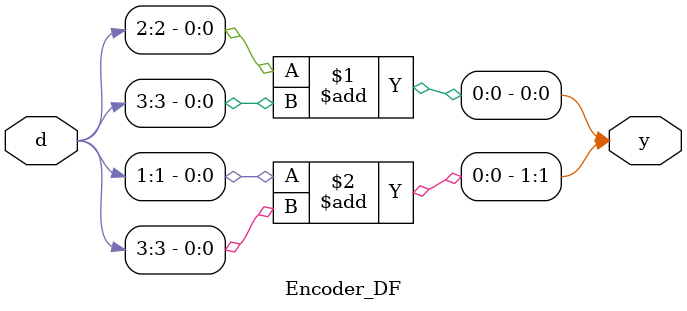
<source format=v>
`timescale 1ns / 1ps


module Encoder_DF(input [3:0]d,output [1:0]y );
assign y[0]=d[2]+d[3];
assign y[1]=d[1]+d[3];
endmodule

</source>
